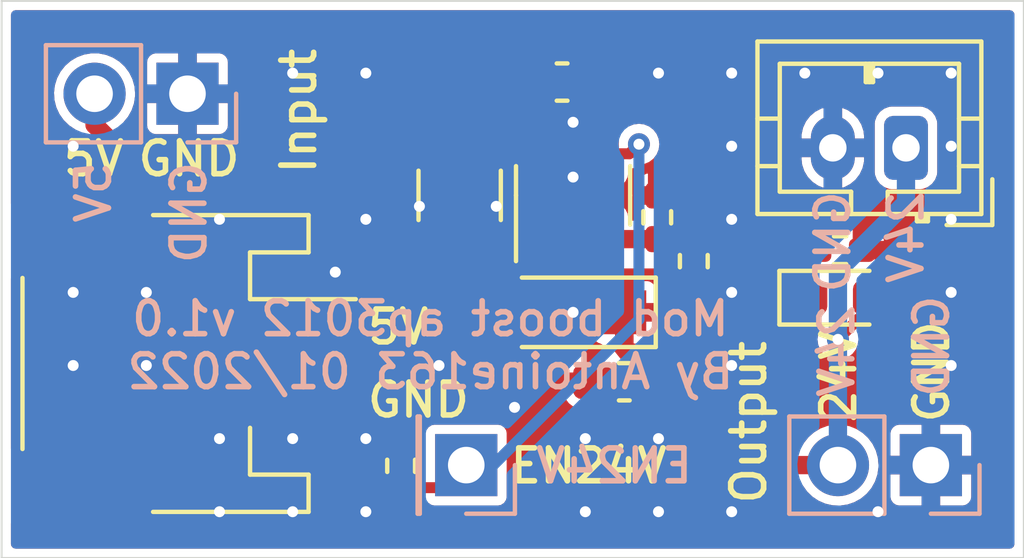
<source format=kicad_pcb>
(kicad_pcb (version 20240108) (generator "pcbnew") (generator_version "8.0")
  (title_block (title "mod_boost_ap3012") (date "2022-01-08") (rev "v1.0") (company "Antoine163"))
  (layers (0 "F.Cu" signal) (31 "B.Cu" signal) (34 "B.Paste" user) (35 "F.Paste" user) (36 "B.SilkS" user "B.Silkscreen") (37 "F.SilkS" user "F.Silkscreen") (38 "B.Mask" user) (39 "F.Mask" user) (44 "Edge.Cuts" user))
  (net 0 "")
  (net 1 "+5V")
  (net 2 "GND")
  (net 3 "+24V")
  (net 4 "Net-(D1-Pad2)")
  (net 5 "Net-(R2-Pad2)")
  (net 6 "EN_24V")
  (net 7 "Net-(D2-Pad1)")
  (footprint "Resistor_SMD:R_0402_1005Metric_Pad0.72x0.64mm_HandSolder" (layer "F.Cu") (at 162.7 99.9 90)
    (property "Reference" "R3" (hide yes))
    (property "Value" "11K" (hide yes))
    (fp_line (start -0.167621 -0.38) (end 0.167621 -0.38) (stroke (width 0.12)) (layer "F.SilkS"))
    (fp_line (start -0.167621 0.38) (end 0.167621 0.38) (stroke (width 0.12)) (layer "F.SilkS"))
    (pad "1" smd roundrect (at -0.5975 0 90) (size 0.715 0.64) (layers "F.Cu" "F.Paste" "F.Mask") (net 5 "Net-(R2-Pad2)"))
    (pad "2" smd roundrect (at 0.5975 0 90) (size 0.715 0.64) (layers "F.Cu" "F.Paste" "F.Mask") (net 2 "GND"))
  )
  (footprint "LED_SMD:LED_0603_1608Metric_Pad1.05x0.95mm_HandSolder" (layer "F.Cu") (at 167.7 102.1)
    (property "Reference" "D2" (hide yes))
    (property "Value" "LED" (hide yes))
    (fp_line (start -1.66 -0.735) (end -1.66 0.735) (stroke (width 0.12)) (layer "F.SilkS"))
    (fp_line (start -1.66 0.735) (end 0.8 0.735) (stroke (width 0.12)) (layer "F.SilkS"))
    (fp_line (start 0.8 -0.735) (end -1.66 -0.735) (stroke (width 0.12)) (layer "F.SilkS"))
    (pad "1" smd roundrect (at -0.875 0) (size 1.05 0.95) (layers "F.Cu" "F.Paste" "F.Mask") (net 7 "Net-(D2-Pad1)"))
    (pad "2" smd roundrect (at 0.875 0) (size 1.05 0.95) (layers "F.Cu" "F.Paste" "F.Mask") (net 3 "+24V"))
  )
  (footprint "Connector_JST:JST_PH_B2B-PH-K_1x02_P2.00mm_Vertical" (layer "F.Cu") (at 169.5 98 180)
    (property "Reference" "J3" (hide yes))
    (property "Value" "Conn_01x02" (hide yes))
    (fp_line (start 4.06 2.91) (end 4.06 -1.81) (stroke (width 0.12)) (layer "F.SilkS"))
    (fp_line (start 4.06 0.8) (end 3.45 0.8) (stroke (width 0.12)) (layer "F.SilkS"))
    (fp_line (start 4.06 -0.5) (end 3.45 -0.5) (stroke (width 0.12)) (layer "F.SilkS"))
    (fp_line (start 4.06 -1.81) (end -2.06 -1.81) (stroke (width 0.12)) (layer "F.SilkS"))
    (fp_line (start 3.45 2.3) (end 3.45 -1.2) (stroke (width 0.12)) (layer "F.SilkS"))
    (fp_line (start 3.45 -1.2) (end 1.5 -1.2) (stroke (width 0.12)) (layer "F.SilkS"))
    (fp_line (start 1.5 -1.2) (end 1.5 -1.81) (stroke (width 0.12)) (layer "F.SilkS"))
    (fp_line (start 1.1 1.8) (end 1.1 2.3) (stroke (width 0.12)) (layer "F.SilkS"))
    (fp_line (start 1 2.3) (end 1 1.8) (stroke (width 0.12)) (layer "F.SilkS"))
    (fp_line (start 0.9 2.3) (end 0.9 1.8) (stroke (width 0.12)) (layer "F.SilkS"))
    (fp_line (start 0.9 1.8) (end 1.1 1.8) (stroke (width 0.12)) (layer "F.SilkS"))
    (fp_line (start 0.5 -1.2) (end -1.45 -1.2) (stroke (width 0.12)) (layer "F.SilkS"))
    (fp_line (start 0.5 -1.81) (end 0.5 -1.2) (stroke (width 0.12)) (layer "F.SilkS"))
    (fp_line (start -0.3 -1.81) (end -0.3 -2.01) (stroke (width 0.12)) (layer "F.SilkS"))
    (fp_line (start -0.3 -1.91) (end -0.6 -1.91) (stroke (width 0.12)) (layer "F.SilkS"))
    (fp_line (start -0.3 -2.01) (end -0.6 -2.01) (stroke (width 0.12)) (layer "F.SilkS"))
    (fp_line (start -0.6 -2.01) (end -0.6 -1.81) (stroke (width 0.12)) (layer "F.SilkS"))
    (fp_line (start -1.11 -2.11) (end -2.36 -2.11) (stroke (width 0.12)) (layer "F.SilkS"))
    (fp_line (start -1.45 2.3) (end 3.45 2.3) (stroke (width 0.12)) (layer "F.SilkS"))
    (fp_line (start -1.45 -1.2) (end -1.45 2.3) (stroke (width 0.12)) (layer "F.SilkS"))
    (fp_line (start -2.06 2.91) (end 4.06 2.91) (stroke (width 0.12)) (layer "F.SilkS"))
    (fp_line (start -2.06 0.8) (end -1.45 0.8) (stroke (width 0.12)) (layer "F.SilkS"))
    (fp_line (start -2.06 -0.5) (end -1.45 -0.5) (stroke (width 0.12)) (layer "F.SilkS"))
    (fp_line (start -2.06 -1.81) (end -2.06 2.91) (stroke (width 0.12)) (layer "F.SilkS"))
    (fp_line (start -2.36 -2.11) (end -2.36 -0.86) (stroke (width 0.12)) (layer "F.SilkS"))
    (pad "1" thru_hole roundrect (at 0 0 180) (size 1.2 1.75) (drill 0.75) (layers "*.Cu" "*.Mask") (roundrect_rratio 0.2083333333) (net 3 "+24V"))
    (pad "2" thru_hole oval (at 2 0 180) (size 1.2 1.75) (drill 0.75) (layers "*.Cu" "*.Mask") (net 2 "GND"))
  )
  (footprint "Resistor_SMD:R_0402_1005Metric_Pad0.72x0.64mm_HandSolder" (layer "F.Cu") (at 155.7 106.7 -90)
    (property "Reference" "R1" (hide yes))
    (property "Value" "100K" (hide yes))
    (fp_line (start -0.167621 0.38) (end 0.167621 0.38) (stroke (width 0.12)) (layer "F.SilkS"))
    (fp_line (start -0.167621 -0.38) (end 0.167621 -0.38) (stroke (width 0.12)) (layer "F.SilkS"))
    (pad "1" smd roundrect (at -0.5975 0 270) (size 0.715 0.64) (layers "F.Cu" "F.Paste" "F.Mask") (net 1 "+5V"))
    (pad "2" smd roundrect (at 0.5975 0 270) (size 0.715 0.64) (layers "F.Cu" "F.Paste" "F.Mask") (net 6 "EN_24V"))
  )
  (footprint "Capacitor_SMD:C_0603_1608Metric_Pad1.08x0.95mm_HandSolder" (layer "F.Cu") (at 161.8 104.4 180)
    (property "Reference" "C2" (hide yes))
    (property "Value" "1uF" (hide yes))
    (fp_line (start -0.146267 0.51) (end 0.146267 0.51) (stroke (width 0.12)) (layer "F.SilkS"))
    (fp_line (start -0.146267 -0.51) (end 0.146267 -0.51) (stroke (width 0.12)) (layer "F.SilkS"))
    (pad "1" smd roundrect (at -0.8625 0 180) (size 1.075 0.95) (layers "F.Cu" "F.Paste" "F.Mask") (net 3 "+24V"))
    (pad "2" smd roundrect (at 0.8625 0 180) (size 1.075 0.95) (layers "F.Cu" "F.Paste" "F.Mask") (net 2 "GND"))
  )
  (footprint "Resistor_SMD:R_0402_1005Metric_Pad0.72x0.64mm_HandSolder" (layer "F.Cu") (at 163.7 101.1 90)
    (property "Reference" "R2" (hide yes))
    (property "Value" "200K" (hide yes))
    (fp_line (start -0.167621 -0.38) (end 0.167621 -0.38) (stroke (width 0.12)) (layer "F.SilkS"))
    (fp_line (start -0.167621 0.38) (end 0.167621 0.38) (stroke (width 0.12)) (layer "F.SilkS"))
    (pad "1" smd roundrect (at -0.5975 0 90) (size 0.715 0.64) (layers "F.Cu" "F.Paste" "F.Mask") (net 3 "+24V"))
    (pad "2" smd roundrect (at 0.5975 0 90) (size 0.715 0.64) (layers "F.Cu" "F.Paste" "F.Mask") (net 5 "Net-(R2-Pad2)"))
  )
  (footprint "AM163:L_TDK_VLS252012HBX_Handsoldering" (layer "F.Cu") (at 157.3 99.3 -90)
    (property "Reference" "L1" (hide yes))
    (property "Value" "10uH" (hide yes))
    (fp_line (start -0.675 1.125) (end 0.675 1.125) (stroke (width 0.12)) (layer "F.SilkS"))
    (fp_line (start -0.675 -1.125) (end 0.675 -1.125) (stroke (width 0.12)) (layer "F.SilkS"))
    (pad "1" smd roundrect (at -1.225 0 270) (size 0.775 2) (layers "F.Cu" "F.Paste" "F.Mask") (net 1 "+5V"))
    (pad "2" smd roundrect (at 1.225 0 270) (size 0.775 2) (layers "F.Cu" "F.Paste" "F.Mask") (net 4 "Net-(D1-Pad2)"))
  )
  (footprint "Capacitor_SMD:C_0603_1608Metric_Pad1.08x0.95mm_HandSolder" (layer "F.Cu") (at 160.1 96.2)
    (property "Reference" "C1" (hide yes))
    (property "Value" "1uF" (hide yes))
    (fp_line (start -0.146267 -0.51) (end 0.146267 -0.51) (stroke (width 0.12)) (layer "F.SilkS"))
    (fp_line (start -0.146267 0.51) (end 0.146267 0.51) (stroke (width 0.12)) (layer "F.SilkS"))
    (pad "1" smd roundrect (at -0.8625 0) (size 1.075 0.95) (layers "F.Cu" "F.Paste" "F.Mask") (net 1 "+5V"))
    (pad "2" smd roundrect (at 0.8625 0) (size 1.075 0.95) (layers "F.Cu" "F.Paste" "F.Mask") (net 2 "GND"))
  )
  (footprint "Diode_SMD:Nexperia_CFP3_SOD-123W" (layer "F.Cu") (at 160.4 102.5 180)
    (property "Reference" "D1" (hide yes))
    (property "Value" "PMEG40T10ERX" (hide yes))
    (fp_line (start -2.26 0.95) (end 1.4 0.95) (stroke (width 0.12)) (layer "F.SilkS"))
    (fp_line (start -2.26 -0.95) (end 1.4 -0.95) (stroke (width 0.12)) (layer "F.SilkS"))
    (fp_line (start -2.26 -0.95) (end -2.26 0.95) (stroke (width 0.12)) (layer "F.SilkS"))
    (pad "1" smd rect (at -1.4 0 180) (size 1.2 1.2) (layers "F.Cu" "F.Paste" "F.Mask") (net 3 "+24V"))
    (pad "2" smd rect (at 1.4 0 180) (size 1.2 1.2) (layers "F.Cu" "F.Paste" "F.Mask") (net 4 "Net-(D1-Pad2)"))
  )
  (footprint "Connector_JST:JST_PH_S2B-PH-SM4-TB_1x02-1MP_P2.00mm_Horizontal" (layer "F.Cu") (at 149.86 103.9 -90)
    (property "Reference" "J1" (hide yes))
    (property "Value" "Conn_01x02" (hide yes))
    (fp_line (start -2.34 4.51) (end 2.34 4.51) (stroke (width 0.12)) (layer "F.SilkS"))
    (fp_line (start -4.06 0.94) (end -4.06 -3.31) (stroke (width 0.12)) (layer "F.SilkS"))
    (fp_line (start 4.06 0.94) (end 4.06 -3.31) (stroke (width 0.12)) (layer "F.SilkS"))
    (fp_line (start -3.04 -1.71) (end -1.76 -1.71) (stroke (width 0.12)) (layer "F.SilkS"))
    (fp_line (start -1.76 -1.71) (end -1.76 -4.6) (stroke (width 0.12)) (layer "F.SilkS"))
    (fp_line (start 3.04 -1.71) (end 1.76 -1.71) (stroke (width 0.12)) (layer "F.SilkS"))
    (fp_line (start -4.06 -3.31) (end -3.04 -3.31) (stroke (width 0.12)) (layer "F.SilkS"))
    (fp_line (start -3.04 -3.31) (end -3.04 -1.71) (stroke (width 0.12)) (layer "F.SilkS"))
    (fp_line (start 3.04 -3.31) (end 3.04 -1.71) (stroke (width 0.12)) (layer "F.SilkS"))
    (fp_line (start 4.06 -3.31) (end 3.04 -3.31) (stroke (width 0.12)) (layer "F.SilkS"))
    (pad "1" smd roundrect (at -1 -2.85 270) (size 1 3.5) (layers "F.Cu" "F.Paste" "F.Mask") (net 1 "+5V"))
    (pad "2" smd roundrect (at 1 -2.85 270) (size 1 3.5) (layers "F.Cu" "F.Paste" "F.Mask") (net 2 "GND"))
    (pad "MP" smd roundrect (at -3.35 2.9 270) (size 1.5 3.4) (layers "F.Cu" "F.Paste" "F.Mask") (roundrect_rratio 0.1666673333) (net 2 "GND"))
    (pad "MP" smd roundrect (at 3.35 2.9 270) (size 1.5 3.4) (layers "F.Cu" "F.Paste" "F.Mask") (roundrect_rratio 0.1666673333) (net 2 "GND"))
  )
  (footprint "Resistor_SMD:R_0402_1005Metric_Pad0.72x0.64mm_HandSolder" (layer "F.Cu") (at 167.7 100.8)
    (property "Reference" "R4" (hide yes))
    (property "Value" "22K" (hide yes))
    (fp_line (start -0.167621 -0.38) (end 0.167621 -0.38) (stroke (width 0.12)) (layer "F.SilkS"))
    (fp_line (start -0.167621 0.38) (end 0.167621 0.38) (stroke (width 0.12)) (layer "F.SilkS"))
    (pad "1" smd roundrect (at -0.5975 0) (size 0.715 0.64) (layers "F.Cu" "F.Paste" "F.Mask") (net 7 "Net-(D2-Pad1)"))
    (pad "2" smd roundrect (at 0.5975 0) (size 0.715 0.64) (layers "F.Cu" "F.Paste" "F.Mask") (net 2 "GND"))
  )
  (footprint "Package_TO_SOT_SMD:SOT-23-5" (layer "F.Cu") (at 160.4 99.300001 90)
    (property "Reference" "U1" (hide yes))
    (property "Value" "AP3012" (hide yes))
    (fp_line (start 0 -1.56) (end 0.8 -1.56) (stroke (width 0.12)) (layer "F.SilkS"))
    (fp_line (start 0 -1.56) (end -1.8 -1.56) (stroke (width 0.12)) (layer "F.SilkS"))
    (fp_line (start 0 1.56) (end 0.8 1.56) (stroke (width 0.12)) (layer "F.SilkS"))
    (fp_line (start 0 1.56) (end -0.8 1.56) (stroke (width 0.12)) (layer "F.SilkS"))
    (pad "1" smd roundrect (at -1.1375 -0.95 90) (size 1.325 0.6) (layers "F.Cu" "F.Paste" "F.Mask") (net 4 "Net-(D1-Pad2)"))
    (pad "2" smd roundrect (at -1.1375 0 90) (size 1.325 0.6) (layers "F.Cu" "F.Paste" "F.Mask") (net 2 "GND"))
    (pad "3" smd roundrect (at -1.1375 0.95 90) (size 1.325 0.6) (layers "F.Cu" "F.Paste" "F.Mask") (net 5 "Net-(R2-Pad2)"))
    (pad "4" smd roundrect (at 1.1375 0.95 90) (size 1.325 0.6) (layers "F.Cu" "F.Paste" "F.Mask") (net 6 "EN_24V"))
    (pad "5" smd roundrect (at 1.1375 -0.95 90) (size 1.325 0.6) (layers "F.Cu" "F.Paste" "F.Mask") (net 1 "+5V"))
  )
  (footprint "Connector_PinHeader_2.54mm:PinHeader_1x02_P2.54mm_Vertical" (layer "B.Cu") (at 170.18 106.68 90)
    (property "Reference" "J4" (hide yes))
    (property "Value" "Conn_01x02" (hide yes))
    (fp_line (start -1.33 -3.87) (end 1.33 -3.87) (stroke (width 0.12)) (layer "B.SilkS"))
    (fp_line (start 1.33 -1.27) (end 1.33 -3.87) (stroke (width 0.12)) (layer "B.SilkS"))
    (fp_line (start -1.33 -1.27) (end -1.33 -3.87) (stroke (width 0.12)) (layer "B.SilkS"))
    (fp_line (start -1.33 -1.27) (end 1.33 -1.27) (stroke (width 0.12)) (layer "B.SilkS"))
    (fp_line (start -1.33 0) (end -1.33 1.33) (stroke (width 0.12)) (layer "B.SilkS"))
    (fp_line (start -1.33 1.33) (end 0 1.33) (stroke (width 0.12)) (layer "B.SilkS"))
    (pad "1" thru_hole rect (at 0 0 90) (size 1.7 1.7) (drill 1) (layers "*.Cu" "*.Mask") (net 2 "GND"))
    (pad "2" thru_hole oval (at 0 -2.54 90) (size 1.7 1.7) (drill 1) (layers "*.Cu" "*.Mask") (net 3 "+24V"))
  )
  (footprint "Connector_PinHeader_2.54mm:PinHeader_1x02_P2.54mm_Vertical" (layer "B.Cu") (at 149.86 96.52 90)
    (property "Reference" "J2" (hide yes))
    (property "Value" "Conn_01x02" (hide yes))
    (fp_line (start -1.33 -3.87) (end 1.33 -3.87) (stroke (width 0.12)) (layer "B.SilkS"))
    (fp_line (start 1.33 -1.27) (end 1.33 -3.87) (stroke (width 0.12)) (layer "B.SilkS"))
    (fp_line (start -1.33 -1.27) (end -1.33 -3.87) (stroke (width 0.12)) (layer "B.SilkS"))
    (fp_line (start -1.33 -1.27) (end 1.33 -1.27) (stroke (width 0.12)) (layer "B.SilkS"))
    (fp_line (start -1.33 0) (end -1.33 1.33) (stroke (width 0.12)) (layer "B.SilkS"))
    (fp_line (start -1.33 1.33) (end 0 1.33) (stroke (width 0.12)) (layer "B.SilkS"))
    (pad "1" thru_hole rect (at 0 0 90) (size 1.7 1.7) (drill 1) (layers "*.Cu" "*.Mask") (net 2 "GND"))
    (pad "2" thru_hole oval (at 0 -2.54 90) (size 1.7 1.7) (drill 1) (layers "*.Cu" "*.Mask") (net 1 "+5V"))
  )
  (footprint "Connector_PinHeader_2.54mm:PinHeader_1x01_P2.54mm_Vertical" (layer "B.Cu") (at 157.48 106.68 90)
    (property "Reference" "J5" (hide yes))
    (property "Value" "Conn_01x01" (hide yes))
    (fp_line (start -1.33 -1.33) (end 1.33 -1.33) (stroke (width 0.12)) (layer "B.SilkS"))
    (fp_line (start 1.33 -1.27) (end 1.33 -1.33) (stroke (width 0.12)) (layer "B.SilkS"))
    (fp_line (start -1.33 -1.27) (end -1.33 -1.33) (stroke (width 0.12)) (layer "B.SilkS"))
    (fp_line (start -1.33 -1.27) (end 1.33 -1.27) (stroke (width 0.12)) (layer "B.SilkS"))
    (fp_line (start -1.33 0) (end -1.33 1.33) (stroke (width 0.12)) (layer "B.SilkS"))
    (fp_line (start -1.33 1.33) (end 0 1.33) (stroke (width 0.12)) (layer "B.SilkS"))
    (pad "1" thru_hole rect (at 0 0 90) (size 1.7 1.7) (drill 1) (layers "*.Cu" "*.Mask") (net 6 "EN_24V"))
  )
  (gr_line (start 144.78 93.98) (end 144.78 109.22) (stroke (width 0.05)) (layer "Edge.Cuts"))
  (gr_line (start 172.72 93.98) (end 144.78 93.98) (stroke (width 0.05)) (layer "Edge.Cuts"))
  (gr_line (start 144.78 109.22) (end 172.72 109.22) (stroke (width 0.05)) (layer "Edge.Cuts"))
  (gr_line (start 172.72 109.22) (end 172.72 93.98) (stroke (width 0.05)) (layer "Edge.Cuts"))
  (gr_text "5V" (at 147.29 98.3 90) (layer "B.SilkS") (effects (font (size 0.9 0.9) (thickness 0.153)) (justify left mirror)))
  (gr_text "GND\n" (at 167.5 99.1 90) (layer "B.SilkS") (effects (font (size 0.9 0.9) (thickness 0.153)) (justify left mirror)))
  (gr_text "GND" (at 149.9 98.3 90) (layer "B.SilkS") (effects (font (size 0.9 0.9) (thickness 0.153)) (justify left mirror)))
  (gr_text "GND\n" (at 170.2 104.9 90) (layer "B.SilkS") (effects (font (size 0.9 0.9) (thickness 0.153)) (justify right mirror)))
  (gr_text "EN24V" (at 159.3 106.7 0) (layer "B.SilkS") (effects (font (size 0.9 0.9) (thickness 0.153)) (justify right mirror)))
  (gr_text "24V" (at 167.61 104.9 90) (layer "B.SilkS") (effects (font (size 0.9 0.9) (thickness 0.153)) (justify right mirror)))
  (gr_text "24V" (at 169.5 99.1 90) (layer "B.SilkS") (effects (font (size 0.9 0.9) (thickness 0.153)) (justify left mirror)))
  (gr_text "Mod boost ap3012 v1.0\nBy Antoine163 01/2022\n" (at 156.5 103.4 0) (layer "B.SilkS") (effects (font (size 0.9 0.9) (thickness 0.153)) (justify mirror)))
  (gr_text "GND\n" (at 170.2 105.6 90) (layer "F.SilkS") (effects (font (size 0.9 0.9) (thickness 0.153)) (justify left)))
  (gr_text "GND\n" (at 154.7 104.9 0) (layer "F.SilkS") (effects (font (size 0.9 0.9) (thickness 0.153)) (justify left)))
  (gr_text "Output" (at 165.2 103.2 90) (layer "F.SilkS") (effects (font (size 0.9 0.9) (thickness 0.153)) (justify right)))
  (gr_text "EN24V" (at 158.6 106.7 0) (layer "F.SilkS") (effects (font (size 0.9 0.9) (thickness 0.153)) (justify left)))
  (gr_text "GND\n" (at 149.9 98.3 0) (layer "F.SilkS") (effects (font (size 0.9 0.9) (thickness 0.153))))
  (gr_text "24V" (at 167.66 105.6 90) (layer "F.SilkS") (effects (font (size 0.9 0.9) (thickness 0.153)) (justify left)))
  (gr_text "Input" (at 152.9 95.2 90) (layer "F.SilkS") (effects (font (size 0.9 0.9) (thickness 0.153)) (justify right)))
  (gr_text "5V" (at 154.7 102.9 0) (layer "F.SilkS") (effects (font (size 0.9 0.9) (thickness 0.153)) (justify left)))
  (gr_text "5V" (at 147.3 98.3 0) (layer "F.SilkS") (effects (font (size 0.9 0.9) (thickness 0.153))))
  (segment (start 152.71 102.9) (end 154.5 102.9) (width 0.3) (layer "F.Cu") (net 1))
  (segment (start 154.5 102.9) (end 155.7 104.1) (width 0.3) (layer "F.Cu") (net 1))
  (segment (start 152.67 98.7) (end 152.71 98.74) (width 0.5) (layer "F.Cu") (net 1))
  (segment (start 147.32 97.37) (end 148.65 98.7) (width 0.5) (layer "F.Cu") (net 1))
  (segment (start 157.3 98.075) (end 153.375 98.075) (width 0.5) (layer "F.Cu") (net 1))
  (segment (start 147.32 96.52) (end 147.32 97.37) (width 0.5) (layer "F.Cu") (net 1))
  (segment (start 153.375 98.075) (end 152.71 98.74) (width 0.5) (layer "F.Cu") (net 1))
  (segment (start 148.65 98.7) (end 152.67 98.7) (width 0.5) (layer "F.Cu") (net 1))
  (segment (start 152.71 98.74) (end 152.71 102.9) (width 0.5) (layer "F.Cu") (net 1))
  (segment (start 155.7 104.1) (end 155.7 106.1025) (width 0.3) (layer "F.Cu") (net 1))
  (via (at 160.735 105.955) (size 0.6) (drill 0.3) (layers "F.Cu" "B.Cu") (net 2))
  (via (at 148.735 101.955) (size 0.6) (drill 0.3) (layers "F.Cu" "B.Cu") (net 2))
  (via (at 152.735 107.955) (size 0.6) (drill 0.3) (layers "F.Cu" "B.Cu") (net 2))
  (via (at 164.735 97.955) (size 0.6) (drill 0.3) (layers "F.Cu" "B.Cu") (net 2))
  (via (at 168.735 95.955) (size 0.6) (drill 0.3) (layers "F.Cu" "B.Cu") (net 2))
  (via (at 150.735 107.955) (size 0.6) (drill 0.3) (layers "F.Cu" "B.Cu") (net 2))
  (via (at 164.735 101.955) (size 0.6) (drill 0.3) (layers "F.Cu" "B.Cu") (net 2))
  (via (at 154.735 99.955) (size 0.6) (drill 0.3) (layers "F.Cu" "B.Cu") (net 2))
  (via (at 160.4 98.8) (size 0.6) (drill 0.3) (layers "F.Cu" "B.Cu") (net 2))
  (via (at 166.735 95.955) (size 0.6) (drill 0.3) (layers "F.Cu" "B.Cu") (net 2))
  (via (at 164.735 99.955) (size 0.6) (drill 0.3) (layers "F.Cu" "B.Cu") (net 2))
  (via (at 154.735 95.955) (size 0.6) (drill 0.3) (layers "F.Cu" "B.Cu") (net 2))
  (via (at 164.735 107.955) (size 0.6) (drill 0.3) (layers "F.Cu" "B.Cu") (net 2))
  (via (at 152.735 95.955) (size 0.6) (drill 0.3) (layers "F.Cu" "B.Cu") (net 2))
  (via (at 162.735 107.955) (size 0.6) (drill 0.3) (layers "F.Cu" "B.Cu") (net 2))
  (via (at 146.735 101.955) (size 0.6) (drill 0.3) (layers "F.Cu" "B.Cu") (net 2))
  (via (at 154.735 107.955) (size 0.6) (drill 0.3) (layers "F.Cu" "B.Cu") (net 2))
  (via (at 153.9 101.4) (size 0.6) (drill 0.3) (layers "F.Cu" "B.Cu") (net 2))
  (via (at 168.735 107.955) (size 0.6) (drill 0.3) (layers "F.Cu" "B.Cu") (net 2))
  (via (at 170.735 101.955) (size 0.6) (drill 0.3) (layers "F.Cu" "B.Cu") (net 2))
  (via (at 150.735 99.955) (size 0.6) (drill 0.3) (layers "F.Cu" "B.Cu") (net 2))
  (via (at 170.735 95.955) (size 0.6) (drill 0.3) (layers "F.Cu" "B.Cu") (net 2))
  (via (at 146.735 97.955) (size 0.6) (drill 0.3) (layers "F.Cu" "B.Cu") (net 2))
  (via (at 160.735 107.955) (size 0.6) (drill 0.3) (layers "F.Cu" "B.Cu") (net 2))
  (via (at 150.735 105.955) (size 0.6) (drill 0.3) (layers "F.Cu" "B.Cu") (net 2))
  (via (at 162.735 105.955) (size 0.6) (drill 0.3) (layers "F.Cu" "B.Cu") (net 2))
  (via (at 152.735 105.955) (size 0.6) (drill 0.3) (layers "F.Cu" "B.Cu") (net 2))
  (via (at 164.735 95.955) (size 0.6) (drill 0.3) (layers "F.Cu" "B.Cu") (net 2))
  (via (at 160.4 102.5) (size 0.6) (drill 0.3) (layers "F.Cu" "B.Cu") (net 2))
  (via (at 146.735 103.955) (size 0.6) (drill 0.3) (layers "F.Cu" "B.Cu") (net 2))
  (via (at 148.735 103.955) (size 0.6) (drill 0.3) (layers "F.Cu" "B.Cu") (net 2))
  (via (at 164.735 103.955) (size 0.6) (drill 0.3) (layers "F.Cu" "B.Cu") (net 2))
  (via (at 158.3 99.6) (size 0.6) (drill 0.3) (layers "F.Cu" "B.Cu") (net 2))
  (via (at 160.4 97.3) (size 0.6) (drill 0.3) (layers "F.Cu" "B.Cu") (net 2))
  (via (at 154.735 105.955) (size 0.6) (drill 0.3) (layers "F.Cu" "B.Cu") (net 2))
  (via (at 170.735 99.955) (size 0.6) (drill 0.3) (layers "F.Cu" "B.Cu") (net 2))
  (via (at 162.735 95.955) (size 0.6) (drill 0.3) (layers "F.Cu" "B.Cu") (net 2))
  (via (at 158.8 105.1) (size 0.6) (drill 0.3) (layers "F.Cu" "B.Cu") (net 2))
  (via (at 156.735 103.955) (size 0.6) (drill 0.3) (layers "F.Cu" "B.Cu") (net 2))
  (via (at 170.735 97.955) (size 0.6) (drill 0.3) (layers "F.Cu" "B.Cu") (net 2))
  (via (at 170.735 103.955) (size 0.6) (drill 0.3) (layers "F.Cu" "B.Cu") (net 2))
  (via (at 156.2 99.6) (size 0.6) (drill 0.3) (layers "F.Cu" "B.Cu") (net 2))
  (segment (start 167.64 98.14) (end 167.5 98) (width 0.5) (layer "B.Cu") (net 2))
  (segment (start 162.6625 104.4) (end 163.6 104.4) (width 0.5) (layer "F.Cu") (net 3))
  (segment (start 163.7 104.5) (end 163.7 105.1) (width 0.5) (layer "F.Cu") (net 3))
  (segment (start 168.575 102.305) (end 167.64 103.24) (width 0.3) (layer "F.Cu") (net 3))
  (segment (start 165.28 106.68) (end 167.64 106.68) (width 0.5) (layer "F.Cu") (net 3))
  (segment (start 163.7 105.1) (end 165.28 106.68) (width 0.5) (layer "F.Cu") (net 3))
  (segment (start 163.6 104.4) (end 163.7 104.5) (width 0.5) (layer "F.Cu") (net 3))
  (segment (start 168.575 102.1) (end 168.575 102.305) (width 0.3) (layer "F.Cu") (net 3))
  (via (at 167.64 103.24) (size 0.6) (drill 0.3) (layers "F.Cu" "B.Cu") (net 3))
  (segment (start 167.64 106.68) (end 167.64 103.24) (width 0.5) (layer "B.Cu") (net 3))
  (segment (start 167.64 101.36) (end 169.5 99.5) (width 0.5) (layer "B.Cu") (net 3))
  (segment (start 169.5 99.5) (end 169.5 98) (width 0.5) (layer "B.Cu") (net 3))
  (segment (start 167.64 103.24) (end 167.64 101.36) (width 0.5) (layer "B.Cu") (net 3))
  (segment (start 162.705 100.5025) (end 162.7 100.4975) (width 0.5) (layer "F.Cu") (net 5))
  (segment (start 161.409999 100.4975) (end 161.35 100.437501) (width 0.5) (layer "F.Cu") (net 5))
  (segment (start 162.7 100.4975) (end 161.409999 100.4975) (width 0.5) (layer "F.Cu") (net 5))
  (segment (start 163.7 100.5025) (end 162.705 100.5025) (width 0.5) (layer "F.Cu") (net 5))
  (segment (start 156.8625 107.2975) (end 157.48 106.68) (width 0.3) (layer "F.Cu") (net 6))
  (segment (start 161.937499 98.162501) (end 161.35 98.162501) (width 0.3) (layer "F.Cu") (net 6))
  (segment (start 162.2 97.9) (end 161.937499 98.162501) (width 0.3) (layer "F.Cu") (net 6))
  (segment (start 155.7 107.2975) (end 156.8625 107.2975) (width 0.3) (layer "F.Cu") (net 6))
  (via (at 162.2 97.9) (size 0.6) (drill 0.3) (layers "F.Cu" "B.Cu") (net 6))
  (segment (start 158.22 106.68) (end 157.48 106.68) (width 0.3) (layer "B.Cu") (net 6))
  (segment (start 162.2 97.9) (end 162.2 102.7) (width 0.3) (layer "B.Cu") (net 6))
  (segment (start 162.2 102.7) (end 158.22 106.68) (width 0.3) (layer "B.Cu") (net 6))
  (segment (start 166.825 101.0775) (end 167.1025 100.8) (width 0.3) (layer "F.Cu") (net 7))
  (segment (start 166.825 102.1) (end 166.825 101.0775) (width 0.3) (layer "F.Cu") (net 7))
  (zone (net 4) (net_name "Net-(D1-Pad2)") (layer "F.Cu") (priority 1) (connect_pads (clearance 0.254)) (min_thickness 0.254) (fill yes (thermal_gap 0.254) (thermal_bridge_width 0.508))
    (polygon (pts (xy 159.8 103.7) (xy 158.1 103.7) (xy 155.7 101.4) (xy 155.7 100.1) (xy 159.8 100.1)))
  )
  (zone (net 3) (net_name "+24V") (layer "F.Cu") (priority 1) (connect_pads (clearance 0.254)) (min_thickness 0.254) (fill yes (thermal_gap 0.254) (thermal_bridge_width 0.508))
    (polygon (pts (xy 164 105.4) (xy 161.8 105.4) (xy 161.8 103.9) (xy 161.4 103.4) (xy 161.4 101.3) (xy 164 101.3)))
  )
  (zone (net 1) (net_name "+5V") (layer "F.Cu") (priority 1) (connect_pads (clearance 0.254)) (min_thickness 0.254) (fill yes (thermal_gap 0.254) (thermal_bridge_width 0.508))
    (polygon (pts (xy 159.8 99.000001) (xy 155.7 99) (xy 155.7 96.9) (xy 157.4 95.2) (xy 159.8 95.2)))
  )
  (zone (net 2) (net_name "GND") (layers "F&B.Cu") (connect_pads (clearance 0.254)) (min_thickness 0.254) (fill yes (thermal_gap 0.254) (thermal_bridge_width 0.508))
    (polygon (pts (xy 172.72 109.22) (xy 144.78 109.22) (xy 144.78 93.98) (xy 172.72 93.98)))
  )
)
</source>
